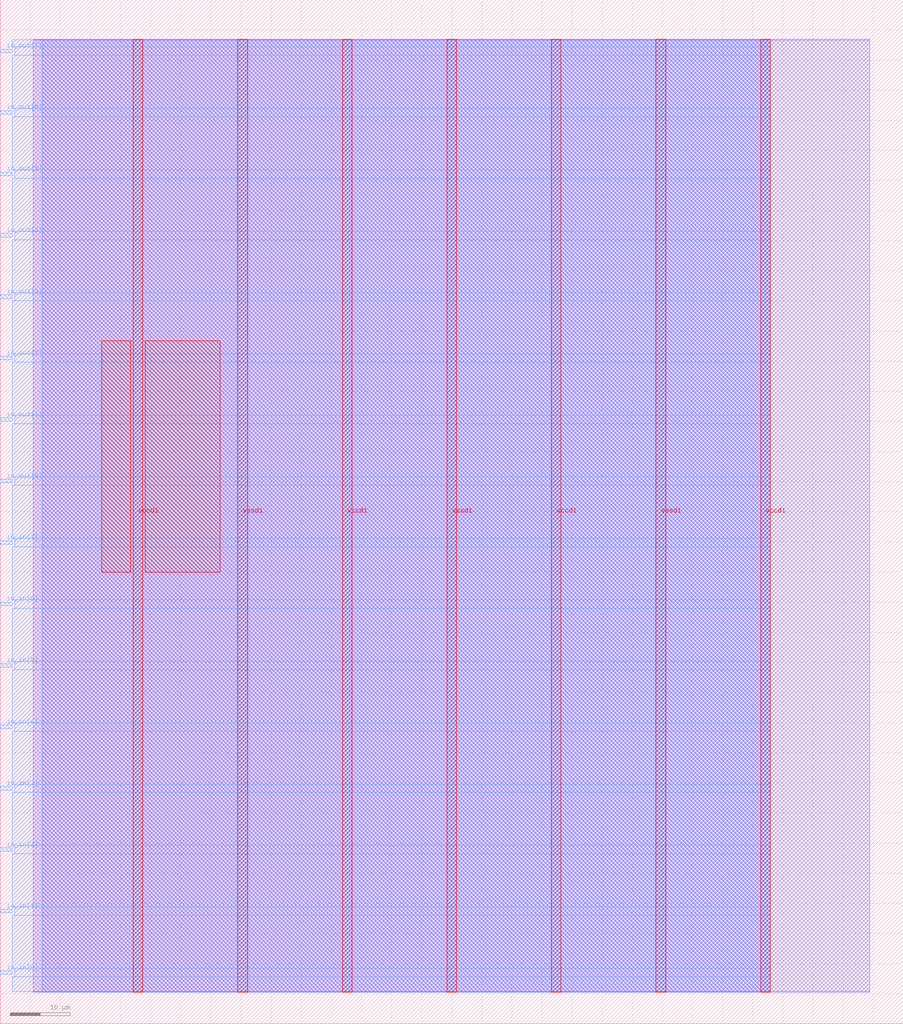
<source format=lef>
VERSION 5.7 ;
  NOWIREEXTENSIONATPIN ON ;
  DIVIDERCHAR "/" ;
  BUSBITCHARS "[]" ;
MACRO jar_illegal_logic
  CLASS BLOCK ;
  FOREIGN jar_illegal_logic ;
  ORIGIN 0.000 0.000 ;
  SIZE 150.000 BY 170.000 ;
  PIN io_in[0]
    DIRECTION INPUT ;
    USE SIGNAL ;
    PORT
      LAYER met3 ;
        RECT 0.000 8.200 2.000 8.800 ;
    END
  END io_in[0]
  PIN io_in[1]
    DIRECTION INPUT ;
    USE SIGNAL ;
    PORT
      LAYER met3 ;
        RECT 0.000 18.400 2.000 19.000 ;
    END
  END io_in[1]
  PIN io_in[2]
    DIRECTION INPUT ;
    USE SIGNAL ;
    PORT
      LAYER met3 ;
        RECT 0.000 28.600 2.000 29.200 ;
    END
  END io_in[2]
  PIN io_in[3]
    DIRECTION INPUT ;
    USE SIGNAL ;
    PORT
      LAYER met3 ;
        RECT 0.000 38.800 2.000 39.400 ;
    END
  END io_in[3]
  PIN io_in[4]
    DIRECTION INPUT ;
    USE SIGNAL ;
    PORT
      LAYER met3 ;
        RECT 0.000 49.000 2.000 49.600 ;
    END
  END io_in[4]
  PIN io_in[5]
    DIRECTION INPUT ;
    USE SIGNAL ;
    PORT
      LAYER met3 ;
        RECT 0.000 59.200 2.000 59.800 ;
    END
  END io_in[5]
  PIN io_in[6]
    DIRECTION INPUT ;
    USE SIGNAL ;
    PORT
      LAYER met3 ;
        RECT 0.000 69.400 2.000 70.000 ;
    END
  END io_in[6]
  PIN io_in[7]
    DIRECTION INPUT ;
    USE SIGNAL ;
    PORT
      LAYER met3 ;
        RECT 0.000 79.600 2.000 80.200 ;
    END
  END io_in[7]
  PIN io_out[0]
    DIRECTION OUTPUT TRISTATE ;
    USE SIGNAL ;
    PORT
      LAYER met3 ;
        RECT 0.000 89.800 2.000 90.400 ;
    END
  END io_out[0]
  PIN io_out[1]
    DIRECTION OUTPUT TRISTATE ;
    USE SIGNAL ;
    PORT
      LAYER met3 ;
        RECT 0.000 100.000 2.000 100.600 ;
    END
  END io_out[1]
  PIN io_out[2]
    DIRECTION OUTPUT TRISTATE ;
    USE SIGNAL ;
    PORT
      LAYER met3 ;
        RECT 0.000 110.200 2.000 110.800 ;
    END
  END io_out[2]
  PIN io_out[3]
    DIRECTION OUTPUT TRISTATE ;
    USE SIGNAL ;
    PORT
      LAYER met3 ;
        RECT 0.000 120.400 2.000 121.000 ;
    END
  END io_out[3]
  PIN io_out[4]
    DIRECTION OUTPUT TRISTATE ;
    USE SIGNAL ;
    PORT
      LAYER met3 ;
        RECT 0.000 130.600 2.000 131.200 ;
    END
  END io_out[4]
  PIN io_out[5]
    DIRECTION OUTPUT TRISTATE ;
    USE SIGNAL ;
    PORT
      LAYER met3 ;
        RECT 0.000 140.800 2.000 141.400 ;
    END
  END io_out[5]
  PIN io_out[6]
    DIRECTION OUTPUT TRISTATE ;
    USE SIGNAL ;
    PORT
      LAYER met3 ;
        RECT 0.000 151.000 2.000 151.600 ;
    END
  END io_out[6]
  PIN io_out[7]
    DIRECTION OUTPUT TRISTATE ;
    USE SIGNAL ;
    PORT
      LAYER met3 ;
        RECT 0.000 161.200 2.000 161.800 ;
    END
  END io_out[7]
  PIN vccd1
    DIRECTION INOUT ;
    USE POWER ;
    PORT
      LAYER met4 ;
        RECT 22.090 5.200 23.690 163.440 ;
    END
    PORT
      LAYER met4 ;
        RECT 56.830 5.200 58.430 163.440 ;
    END
    PORT
      LAYER met4 ;
        RECT 91.570 5.200 93.170 163.440 ;
    END
    PORT
      LAYER met4 ;
        RECT 126.310 5.200 127.910 163.440 ;
    END
  END vccd1
  PIN vssd1
    DIRECTION INOUT ;
    USE GROUND ;
    PORT
      LAYER met4 ;
        RECT 39.460 5.200 41.060 163.440 ;
    END
    PORT
      LAYER met4 ;
        RECT 74.200 5.200 75.800 163.440 ;
    END
    PORT
      LAYER met4 ;
        RECT 108.940 5.200 110.540 163.440 ;
    END
  END vssd1
  OBS
      LAYER li1 ;
        RECT 5.520 5.355 144.440 163.285 ;
      LAYER met1 ;
        RECT 5.520 5.200 144.440 163.440 ;
      LAYER met2 ;
        RECT 6.990 5.255 127.880 163.385 ;
      LAYER met3 ;
        RECT 2.000 162.200 127.900 163.365 ;
        RECT 2.400 160.800 127.900 162.200 ;
        RECT 2.000 152.000 127.900 160.800 ;
        RECT 2.400 150.600 127.900 152.000 ;
        RECT 2.000 141.800 127.900 150.600 ;
        RECT 2.400 140.400 127.900 141.800 ;
        RECT 2.000 131.600 127.900 140.400 ;
        RECT 2.400 130.200 127.900 131.600 ;
        RECT 2.000 121.400 127.900 130.200 ;
        RECT 2.400 120.000 127.900 121.400 ;
        RECT 2.000 111.200 127.900 120.000 ;
        RECT 2.400 109.800 127.900 111.200 ;
        RECT 2.000 101.000 127.900 109.800 ;
        RECT 2.400 99.600 127.900 101.000 ;
        RECT 2.000 90.800 127.900 99.600 ;
        RECT 2.400 89.400 127.900 90.800 ;
        RECT 2.000 80.600 127.900 89.400 ;
        RECT 2.400 79.200 127.900 80.600 ;
        RECT 2.000 70.400 127.900 79.200 ;
        RECT 2.400 69.000 127.900 70.400 ;
        RECT 2.000 60.200 127.900 69.000 ;
        RECT 2.400 58.800 127.900 60.200 ;
        RECT 2.000 50.000 127.900 58.800 ;
        RECT 2.400 48.600 127.900 50.000 ;
        RECT 2.000 39.800 127.900 48.600 ;
        RECT 2.400 38.400 127.900 39.800 ;
        RECT 2.000 29.600 127.900 38.400 ;
        RECT 2.400 28.200 127.900 29.600 ;
        RECT 2.000 19.400 127.900 28.200 ;
        RECT 2.400 18.000 127.900 19.400 ;
        RECT 2.000 9.200 127.900 18.000 ;
        RECT 2.400 7.800 127.900 9.200 ;
        RECT 2.000 5.275 127.900 7.800 ;
      LAYER met4 ;
        RECT 16.855 74.975 21.690 113.385 ;
        RECT 24.090 74.975 36.505 113.385 ;
  END
END jar_illegal_logic
END LIBRARY


</source>
